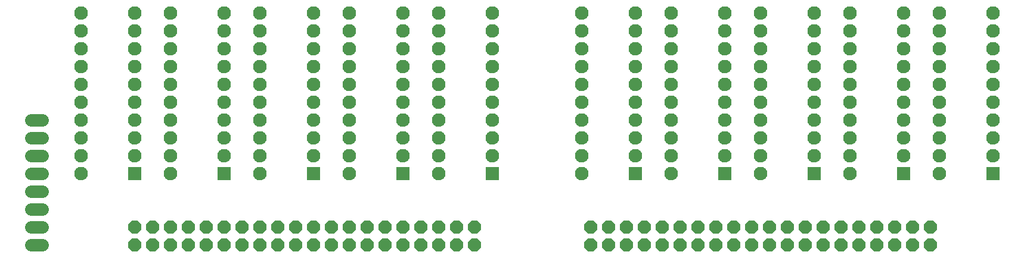
<source format=gbs>
G75*
G70*
%OFA0B0*%
%FSLAX24Y24*%
%IPPOS*%
%LPD*%
%AMOC8*
5,1,8,0,0,1.08239X$1,22.5*
%
%ADD10R,0.0760X0.0760*%
%ADD11C,0.0760*%
%ADD12OC8,0.0720*%
%ADD13C,0.0714*%
D10*
X008101Y005802D03*
X013101Y005802D03*
X018101Y005802D03*
X023101Y005802D03*
X028101Y005802D03*
X036101Y005802D03*
X041101Y005802D03*
X046101Y005802D03*
X051101Y005802D03*
X056101Y005802D03*
D11*
X053101Y005802D03*
X053101Y006802D03*
X051101Y006802D03*
X048101Y006802D03*
X046101Y006802D03*
X046101Y007802D03*
X048101Y007802D03*
X048101Y008802D03*
X046101Y008802D03*
X046101Y009802D03*
X048101Y009802D03*
X051101Y009802D03*
X053101Y009802D03*
X056101Y009802D03*
X056101Y008802D03*
X056101Y007802D03*
X053101Y007802D03*
X051101Y007802D03*
X051101Y008802D03*
X053101Y008802D03*
X056101Y006802D03*
X048101Y005802D03*
X043101Y005802D03*
X043101Y006802D03*
X041101Y006802D03*
X038101Y006802D03*
X036101Y006802D03*
X033101Y006802D03*
X033101Y005802D03*
X028101Y006802D03*
X025101Y006802D03*
X023101Y006802D03*
X020101Y006802D03*
X018101Y006802D03*
X018101Y007802D03*
X020101Y007802D03*
X020101Y008802D03*
X018101Y008802D03*
X018101Y009802D03*
X020101Y009802D03*
X023101Y009802D03*
X025101Y009802D03*
X028101Y009802D03*
X028101Y008802D03*
X028101Y007802D03*
X025101Y007802D03*
X023101Y007802D03*
X023101Y008802D03*
X025101Y008802D03*
X025101Y010802D03*
X023101Y010802D03*
X020101Y010802D03*
X018101Y010802D03*
X018101Y011802D03*
X020101Y011802D03*
X023101Y011802D03*
X025101Y011802D03*
X028101Y011802D03*
X028101Y010802D03*
X033101Y010802D03*
X036101Y010802D03*
X038101Y010802D03*
X041101Y010802D03*
X043101Y010802D03*
X043101Y009802D03*
X041101Y009802D03*
X038101Y009802D03*
X036101Y009802D03*
X033101Y009802D03*
X033101Y008802D03*
X033101Y007802D03*
X036101Y007802D03*
X038101Y007802D03*
X038101Y008802D03*
X036101Y008802D03*
X041101Y008802D03*
X043101Y008802D03*
X043101Y007802D03*
X041101Y007802D03*
X038101Y005802D03*
X025101Y005802D03*
X020101Y005802D03*
X015101Y005802D03*
X015101Y006802D03*
X013101Y006802D03*
X010101Y006802D03*
X008101Y006802D03*
X005101Y006802D03*
X005101Y005802D03*
X010101Y005802D03*
X010101Y007802D03*
X008101Y007802D03*
X008101Y008802D03*
X010101Y008802D03*
X013101Y008802D03*
X015101Y008802D03*
X015101Y007802D03*
X013101Y007802D03*
X013101Y009802D03*
X015101Y009802D03*
X015101Y010802D03*
X013101Y010802D03*
X010101Y010802D03*
X008101Y010802D03*
X005101Y010802D03*
X005101Y009802D03*
X008101Y009802D03*
X010101Y009802D03*
X005101Y008802D03*
X005101Y007802D03*
X005101Y011802D03*
X008101Y011802D03*
X010101Y011802D03*
X013101Y011802D03*
X015101Y011802D03*
X015101Y012802D03*
X013101Y012802D03*
X013101Y013802D03*
X015101Y013802D03*
X015101Y014802D03*
X013101Y014802D03*
X010101Y014802D03*
X008101Y014802D03*
X005101Y014802D03*
X005101Y013802D03*
X005101Y012802D03*
X008101Y012802D03*
X010101Y012802D03*
X010101Y013802D03*
X008101Y013802D03*
X018101Y013802D03*
X020101Y013802D03*
X020101Y012802D03*
X018101Y012802D03*
X023101Y012802D03*
X025101Y012802D03*
X025101Y013802D03*
X023101Y013802D03*
X023101Y014802D03*
X025101Y014802D03*
X028101Y014802D03*
X028101Y013802D03*
X028101Y012802D03*
X033101Y012802D03*
X033101Y013802D03*
X036101Y013802D03*
X038101Y013802D03*
X038101Y012802D03*
X036101Y012802D03*
X036101Y011802D03*
X038101Y011802D03*
X041101Y011802D03*
X043101Y011802D03*
X043101Y012802D03*
X041101Y012802D03*
X041101Y013802D03*
X043101Y013802D03*
X043101Y014802D03*
X041101Y014802D03*
X038101Y014802D03*
X036101Y014802D03*
X033101Y014802D03*
X033101Y011802D03*
X020101Y014802D03*
X018101Y014802D03*
X046101Y014802D03*
X048101Y014802D03*
X051101Y014802D03*
X053101Y014802D03*
X056101Y014802D03*
X056101Y013802D03*
X056101Y012802D03*
X053101Y012802D03*
X051101Y012802D03*
X051101Y013802D03*
X053101Y013802D03*
X048101Y013802D03*
X046101Y013802D03*
X046101Y012802D03*
X048101Y012802D03*
X048101Y011802D03*
X046101Y011802D03*
X046101Y010802D03*
X048101Y010802D03*
X051101Y010802D03*
X053101Y010802D03*
X056101Y010802D03*
X056101Y011802D03*
X053101Y011802D03*
X051101Y011802D03*
D12*
X050601Y002802D03*
X049601Y002802D03*
X048601Y002802D03*
X047601Y002802D03*
X046601Y002802D03*
X045601Y002802D03*
X044601Y002802D03*
X043601Y002802D03*
X042601Y002802D03*
X041601Y002802D03*
X040601Y002802D03*
X039601Y002802D03*
X038601Y002802D03*
X037601Y002802D03*
X036601Y002802D03*
X035601Y002802D03*
X034601Y002802D03*
X033601Y002802D03*
X033601Y001802D03*
X034601Y001802D03*
X035601Y001802D03*
X036601Y001802D03*
X037601Y001802D03*
X038601Y001802D03*
X039601Y001802D03*
X040601Y001802D03*
X041601Y001802D03*
X042601Y001802D03*
X043601Y001802D03*
X044601Y001802D03*
X045601Y001802D03*
X046601Y001802D03*
X047601Y001802D03*
X048601Y001802D03*
X049601Y001802D03*
X050601Y001802D03*
X051601Y001802D03*
X052601Y001802D03*
X052601Y002802D03*
X051601Y002802D03*
X027101Y002802D03*
X026101Y002802D03*
X025101Y002802D03*
X024101Y002802D03*
X023101Y002802D03*
X022101Y002802D03*
X021101Y002802D03*
X020101Y002802D03*
X019101Y002802D03*
X018101Y002802D03*
X017101Y002802D03*
X016101Y002802D03*
X015101Y002802D03*
X014101Y002802D03*
X013101Y002802D03*
X012101Y002802D03*
X011101Y002802D03*
X010101Y002802D03*
X009101Y002802D03*
X008101Y002802D03*
X008101Y001802D03*
X009101Y001802D03*
X010101Y001802D03*
X011101Y001802D03*
X012101Y001802D03*
X013101Y001802D03*
X014101Y001802D03*
X015101Y001802D03*
X016101Y001802D03*
X017101Y001802D03*
X018101Y001802D03*
X019101Y001802D03*
X020101Y001802D03*
X021101Y001802D03*
X022101Y001802D03*
X023101Y001802D03*
X024101Y001802D03*
X025101Y001802D03*
X026101Y001802D03*
X027101Y001802D03*
D13*
X002918Y001802D02*
X002284Y001802D01*
X002284Y002802D02*
X002918Y002802D01*
X002918Y003802D02*
X002284Y003802D01*
X002284Y004802D02*
X002918Y004802D01*
X002918Y005802D02*
X002284Y005802D01*
X002284Y006802D02*
X002918Y006802D01*
X002918Y007802D02*
X002284Y007802D01*
X002284Y008802D02*
X002918Y008802D01*
M02*

</source>
